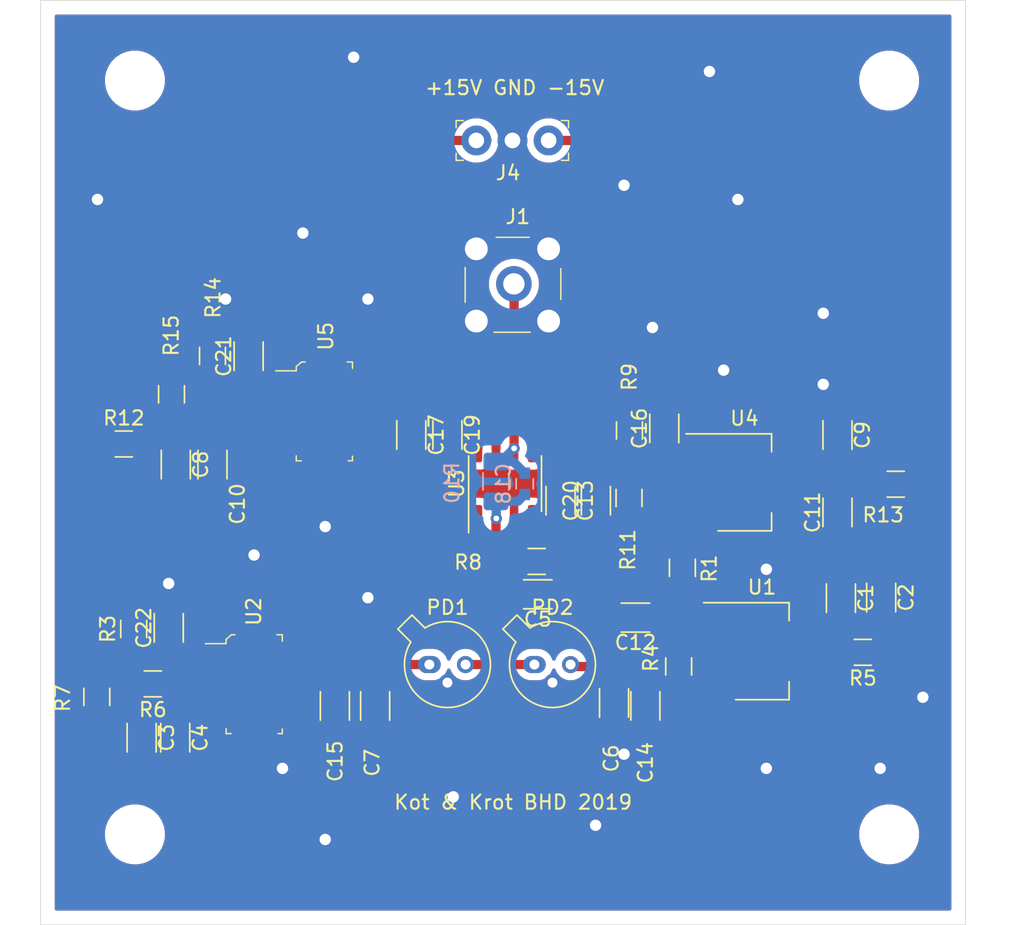
<source format=kicad_pcb>
(kicad_pcb (version 20211014) (generator pcbnew)
  (layers (0 "F.Cu" signal) (31 "B.Cu" signal) (34 "B.Paste" user) (35 "F.Paste" user) (36 "B.SilkS" user "B.Silkscreen") (37 "F.SilkS" user "F.Silkscreen") (38 "B.Mask" user) (39 "F.Mask" user) (44 "Edge.Cuts" user))
  (net 0 "")
  (net 1 "Net-(C1-Pad2)")
  (net 2 "GND")
  (net 3 "Net-(C3-Pad1)")
  (net 4 "Net-(C10-Pad1)")
  (net 5 "Net-(C11-Pad2)")
  (net 6 "Net-(C14-Pad1)")
  (net 7 "Net-(C15-Pad1)")
  (net 8 "Net-(C17-Pad1)")
  (net 9 "Net-(C13-Pad2)")
  (net 10 "Net-(C18-Pad1)")
  (net 11 "Net-(J4-Pad1)")
  (net 12 "Net-(J4-Pad3)")
  (net 13 "Net-(C12-Pad1)")
  (net 14 "Net-(R6-Pad1)")
  (net 15 "Net-(C5-Pad2)")
  (net 16 "Net-(C16-Pad1)")
  (net 17 "Net-(C18-Pad2)")
  (net 18 "Net-(C21-Pad1)")
  (net 19 "Net-(R15-Pad1)")
  (net 20 "Net-(U3-Pad1)")
  (net 21 "Net-(U3-Pad5)")
  (net 22 "Net-(C22-Pad1)")
  (footprint "digikey-footprints:SOT-223-4" (layer "F.Cu") (at 139.94 98.9 -90)
    (fp_text reference "U5" (at -5.28 -0.1 90) (layer "F.SilkS"))
    (fp_text value "LM317DCYR")
    (fp_line (start 3.475 1.625) (end 3.475 1.975) (layer "F.SilkS") (width 0.1))
    (fp_line (start -3.475 1.6) (end -3.15 1.975) (layer "F.SilkS") (width 0.1))
    (fp_line (start -3.475 -1.975) (end -3.475 -1.6) (layer "F.SilkS") (width 0.1))
    (fp_line (start 3.475 1.975) (end 3.125 1.975) (layer "F.SilkS") (width 0.1))
    (fp_line (start -2.85 1.975) (end -2.85 3.425) (layer "F.SilkS") (width 0.1))
    (fp_line (start -3.15 1.975) (end -2.85 1.975) (layer "F.SilkS") (width 0.1))
    (fp_line (start -3.025 -1.975) (end -3.475 -1.975) (layer "F.SilkS") (width 0.1))
    (fp_line (start -3.475 1.35) (end -3.475 1.6) (layer "F.SilkS") (width 0.1))
    (fp_line (start 3.15 -1.975) (end 3.475 -1.975) (layer "F.SilkS") (width 0.1))
    (fp_line (start 3.475 -1.975) (end 3.475 -1.675) (layer "F.SilkS") (width 0.1))
    (pad "1" smd rect locked (at -2.3 2.9 270) (size 0.95 2.15) (layers "F.Cu" "F.Paste" "F.Mask") (net 18 "Net-(C21-Pad1)"))
    (pad "2" smd rect locked (at 0 2.9 270) (size 0.95 2.15) (layers "F.Cu" "F.Paste" "F.Mask") (net 19 "Net-(R15-Pad1)"))
    (pad "3" smd rect locked (at 2.3 2.9 270) (size 0.95 2.15) (layers "F.Cu" "F.Paste" "F.Mask") (net 4 "Net-(C10-Pad1)"))
    (pad "4" smd rect locked (at 0 -2.9 270) (size 3.25 2.15) (layers "F.Cu" "F.Paste" "F.Mask") (net 8 "Net-(C17-Pad1)"))
  )
  (footprint "Resistor_SMD:R_1206_3216Metric" (layer "F.Cu") (at 180.09 104.02 180)
    (fp_text reference "R13" (at 0.88 -2.16) (layer "F.SilkS"))
    (fp_text value "50R")
    (fp_line (start -0.602064 0.91) (end 0.602064 0.91) (layer "F.SilkS") (width 0.12))
    (fp_line (start -0.602064 -0.91) (end 0.602064 -0.91) (layer "F.SilkS") (width 0.12))
    (pad "1" smd roundrect locked (at -1.4 0 180) (size 1.25 1.75) (layers "F.Cu" "F.Paste" "F.Mask") (roundrect_rratio 0.2) (net 11 "Net-(J4-Pad1)"))
    (pad "2" smd roundrect locked (at 1.4 0 180) (size 1.25 1.75) (layers "F.Cu" "F.Paste" "F.Mask") (roundrect_rratio 0.2) (net 5 "Net-(C11-Pad2)"))
  )
  (footprint "digikey-footprints:RF_SMA_Vertical_5-1814832-1" (layer "F.Cu") (at 153.16 90.01)
    (fp_text reference "J1" (at 0.375 -4.8) (layer "F.SilkS"))
    (fp_text value "5-1814832-1")
    (fp_line (start -3.325 1.225) (end -3.325 -1.225) (layer "F.SilkS") (width 0.1))
    (fp_line (start -1.3 3.325) (end 1.25 3.325) (layer "F.SilkS") (width 0.1))
    (fp_line (start -1.15 -3.35) (end 1.175 -3.35) (layer "F.SilkS") (width 0.1))
    (fp_line (start 3.4 -1.15) (end 3.4 1.025) (layer "F.SilkS") (width 0.1))
    (pad "1" thru_hole circle locked (at -2.54 2.54) (size 2.6 2.6) (drill 1.6) (layers *.Cu *.Mask) (net 2 "GND"))
    (pad "1" thru_hole circle locked (at -2.54 -2.54) (size 2.6 2.6) (drill 1.6) (layers *.Cu *.Mask) (net 2 "GND"))
    (pad "1" thru_hole circle locked (at 2.54 -2.54) (size 2.6 2.6) (drill 1.6) (layers *.Cu *.Mask) (net 2 "GND"))
    (pad "1" thru_hole circle locked (at 2.54 2.54) (size 2.6 2.6) (drill 1.6) (layers *.Cu *.Mask) (net 2 "GND"))
    (pad "2" thru_hole circle locked (at 0.1 -0.075) (size 2.5 2.5) (drill 1.5) (layers *.Cu *.Mask) (net 10 "Net-(C18-Pad1)"))
  )
  (footprint "Resistor_SMD:R_1206_3216Metric" (layer "F.Cu") (at 125.85 101.19)
    (fp_text reference "R12" (at 0 -1.82) (layer "F.SilkS"))
    (fp_text value "50R")
    (fp_line (start -0.602064 0.91) (end 0.602064 0.91) (layer "F.SilkS") (width 0.12))
    (fp_line (start -0.602064 -0.91) (end 0.602064 -0.91) (layer "F.SilkS") (width 0.12))
    (pad "1" smd roundrect locked (at -1.4 0) (size 1.25 1.75) (layers "F.Cu" "F.Paste" "F.Mask") (roundrect_rratio 0.2) (net 12 "Net-(J4-Pad3)"))
    (pad "2" smd roundrect locked (at 1.4 0) (size 1.25 1.75) (layers "F.Cu" "F.Paste" "F.Mask") (roundrect_rratio 0.2) (net 4 "Net-(C10-Pad1)"))
  )
  (footprint "Package_TO_SOT_SMD:SOT-223-3_TabPin2" (layer "F.Cu") (at 169.46 103.89)
    (fp_text reference "U4" (at 0 -4.5) (layer "F.SilkS"))
    (fp_text value "LM337_SOT223")
    (fp_line (start -4.1 -3.41) (end 1.91 -3.41) (layer "F.SilkS") (width 0.12))
    (fp_line (start 1.91 3.41) (end 1.91 2.15) (layer "F.SilkS") (width 0.12))
    (fp_line (start 1.91 -3.41) (end 1.91 -2.15) (layer "F.SilkS") (width 0.12))
    (fp_line (start -1.85 3.41) (end 1.91 3.41) (layer "F.SilkS") (width 0.12))
    (pad "1" smd rect locked (at -3.15 -2.3) (size 2 1.5) (layers "F.Cu" "F.Paste" "F.Mask") (net 16 "Net-(C16-Pad1)"))
    (pad "2" smd rect locked (at -3.15 0) (size 2 1.5) (layers "F.Cu" "F.Paste" "F.Mask") (net 5 "Net-(C11-Pad2)"))
    (pad "2" smd rect locked (at 3.15 0) (size 2 3.8) (layers "F.Cu" "F.Paste" "F.Mask") (net 5 "Net-(C11-Pad2)"))
    (pad "3" smd rect locked (at -3.15 2.3) (size 2 1.5) (layers "F.Cu" "F.Paste" "F.Mask") (net 9 "Net-(C13-Pad2)"))
  )
  (footprint "digikey-footprints:PinHeader_1x3_P2.54_Drill1.1mm" (layer "F.Cu") (at 155.7 79.85 180)
    (fp_text reference "J4" (at 2.85 -2.28) (layer "F.SilkS"))
    (fp_text value "Conn_01x03_Male 0022232031 ")
    (fp_line (start 6.5 -1.4) (end 6.5 -0.9) (layer "F.SilkS") (width 0.1))
    (fp_line (start -1.4 1.4) (end -0.9 1.4) (layer "F.SilkS") (width 0.1))
    (fp_line (start -1.4 1.4) (end -1.4 0.9) (layer "F.SilkS") (width 0.1))
    (fp_line (start -1.4 -1.4) (end -1.4 -0.9) (layer "F.SilkS") (width 0.1))
    (fp_line (start 6.5 -1.4) (end 6 -1.4) (layer "F.SilkS") (width 0.1))
    (fp_line (start 6.5 1.4) (end 6 1.4) (layer "F.SilkS") (width 0.1))
    (fp_line (start 6.5 1.4) (end 6.5 0.9) (layer "F.SilkS") (width 0.1))
    (fp_line (start -1.4 -1.4) (end -0.9 -1.4) (layer "F.SilkS") (width 0.1))
    (pad "1" thru_hole circle locked (at 0 0 180) (size 2.1 2.1) (drill 1.1) (layers *.Cu *.Mask) (net 11 "Net-(J4-Pad1)"))
    (pad "2" thru_hole circle locked (at 2.54 0 180) (size 2.1 2.1) (drill 1.1) (layers *.Cu *.Mask) (net 2 "GND"))
    (pad "3" thru_hole circle locked (at 5.08 0 180) (size 2.1 2.1) (drill 1.1) (layers *.Cu *.Mask) (net 12 "Net-(J4-Pad3)"))
  )
  (footprint "Resistor_SMD:R_1206_3216Metric" (layer "F.Cu") (at 161.35 104.99 -90)
    (fp_text reference "R11" (at 3.65 0.08 90) (layer "F.SilkS"))
    (fp_text value "1 kR")
    (fp_line (start -0.602064 -0.91) (end 0.602064 -0.91) (layer "F.SilkS") (width 0.12))
    (fp_line (start -0.602064 0.91) (end 0.602064 0.91) (layer "F.SilkS") (width 0.12))
    (pad "1" smd roundrect locked (at -1.4 0 270) (size 1.25 1.75) (layers "F.Cu" "F.Paste" "F.Mask") (roundrect_rratio 0.2) (net 16 "Net-(C16-Pad1)"))
    (pad "2" smd roundrect locked (at 1.4 0 270) (size 1.25 1.75) (layers "F.Cu" "F.Paste" "F.Mask") (roundrect_rratio 0.2) (net 9 "Net-(C13-Pad2)"))
  )
  (footprint "Resistor_SMD:R_1206_3216Metric" (layer "F.Cu") (at 129.2 97.7 90)
    (fp_text reference "R15" (at 4.13 -0.02 90) (layer "F.SilkS"))
    (fp_text value "1 kR")
    (fp_line (start -0.602064 -0.91) (end 0.602064 -0.91) (layer "F.SilkS") (width 0.12))
    (fp_line (start -0.602064 0.91) (end 0.602064 0.91) (layer "F.SilkS") (width 0.12))
    (pad "1" smd roundrect locked (at -1.4 0 90) (size 1.25 1.75) (layers "F.Cu" "F.Paste" "F.Mask") (roundrect_rratio 0.2) (net 19 "Net-(R15-Pad1)"))
    (pad "2" smd roundrect locked (at 1.4 0 90) (size 1.25 1.75) (layers "F.Cu" "F.Paste" "F.Mask") (roundrect_rratio 0.2) (net 18 "Net-(C21-Pad1)"))
  )
  (footprint "Resistor_SMD:R_1206_3216Metric" (layer "F.Cu") (at 161.38 100.24 90)
    (fp_text reference "R9" (at 3.76 -0.01 90) (layer "F.SilkS"))
    (fp_text value "3kR")
    (fp_line (start -0.602064 -0.91) (end 0.602064 -0.91) (layer "F.SilkS") (width 0.12))
    (fp_line (start -0.602064 0.91) (end 0.602064 0.91) (layer "F.SilkS") (width 0.12))
    (pad "1" smd roundrect locked (at -1.4 0 90) (size 1.25 1.75) (layers "F.Cu" "F.Paste" "F.Mask") (roundrect_rratio 0.2) (net 16 "Net-(C16-Pad1)"))
    (pad "2" smd roundrect locked (at 1.4 0 90) (size 1.25 1.75) (layers "F.Cu" "F.Paste" "F.Mask") (roundrect_rratio 0.2) (net 2 "GND"))
  )
  (footprint "Package_SO:SOIC-8_3.9x4.9mm_P1.27mm" (layer "F.Cu") (at 152.64 103.98 90)
    (fp_text reference "U3" (at 0 -3.4 90) (layer "F.SilkS"))
    (fp_text value "OPA847xD")
    (fp_line (start 0 2.56) (end 1.95 2.56) (layer "F.SilkS") (width 0.12))
    (fp_line (start 0 -2.56) (end 1.95 -2.56) (layer "F.SilkS") (width 0.12))
    (fp_line (start 0 -2.56) (end -3.45 -2.56) (layer "F.SilkS") (width 0.12))
    (fp_line (start 0 2.56) (end -1.95 2.56) (layer "F.SilkS") (width 0.12))
    (pad "1" smd roundrect locked (at -2.475 -1.905 90) (size 1.95 0.6) (layers "F.Cu" "F.Paste" "F.Mask") (net 20 "Net-(U3-Pad1)"))
    (pad "2" smd roundrect locked (at -2.475 -0.635 90) (size 1.95 0.6) (layers "F.Cu" "F.Paste" "F.Mask") (net 17 "Net-(C18-Pad2)"))
    (pad "3" smd roundrect locked (at -2.475 0.635 90) (size 1.95 0.6) (layers "F.Cu" "F.Paste" "F.Mask") (net 15 "Net-(C5-Pad2)"))
    (pad "4" smd roundrect locked (at -2.475 1.905 90) (size 1.95 0.6) (layers "F.Cu" "F.Paste" "F.Mask") (net 9 "Net-(C13-Pad2)"))
    (pad "5" smd roundrect locked (at 2.475 1.905 90) (size 1.95 0.6) (layers "F.Cu" "F.Paste" "F.Mask") (net 21 "Net-(U3-Pad5)"))
    (pad "6" smd roundrect locked (at 2.475 0.635 90) (size 1.95 0.6) (layers "F.Cu" "F.Paste" "F.Mask") (net 10 "Net-(C18-Pad1)"))
    (pad "7" smd roundrect locked (at 2.475 -0.635 90) (size 1.95 0.6) (layers "F.Cu" "F.Paste" "F.Mask") (net 8 "Net-(C17-Pad1)"))
    (pad "8" smd roundrect locked (at 2.475 -1.905 90) (size 1.95 0.6) (layers "F.Cu" "F.Paste" "F.Mask") (net 8 "Net-(C17-Pad1)"))
  )
  (footprint "MountingHole:MountingHole_3.2mm_M3" (layer "F.Cu") (at 179.63 75.64)
    (fp_text reference "" (at 0 -4.2) (layer "F.SilkS"))
    (fp_text value "MountingHole_3.2mm_M3")
    (pad "" np_thru_hole circle locked (at 0 0) (size 3.2 3.2) (drill 3.2) (layers *.Cu *.Mask) (clearance 0.5))
  )
  (footprint "MountingHole:MountingHole_3.2mm_M3" (layer "F.Cu") (at 126.63 128.64)
    (fp_text reference "" (at 0 -4.2) (layer "F.SilkS"))
    (fp_text value "MountingHole_3.2mm_M3")
    (pad "" np_thru_hole circle locked (at 0 0) (size 3.2 3.2) (drill 3.2) (layers *.Cu *.Mask))
  )
  (footprint "MountingHole:MountingHole_3.2mm_M3" (layer "F.Cu") (at 126.63 75.64)
    (fp_text reference "" (at 0 -4.2) (layer "F.SilkS"))
    (fp_text value "MountingHole_3.2mm_M3")
    (pad "" np_thru_hole circle locked (at 0 0) (size 3.2 3.2) (drill 3.2) (layers *.Cu *.Mask))
  )
  (footprint "Resistor_SMD:R_1206_3216Metric" (layer "F.Cu") (at 154.86 109.45 180)
    (fp_text reference "R8" (at 4.82 -0.06) (layer "F.SilkS"))
    (fp_text value "4.7kR")
    (fp_line (start -0.602064 0.91) (end 0.602064 0.91) (layer "F.SilkS") (width 0.12))
    (fp_line (start -0.602064 -0.91) (end 0.602064 -0.91) (layer "F.SilkS") (width 0.12))
    (pad "1" smd roundrect locked (at -1.4 0 180) (size 1.25 1.75) (layers "F.Cu" "F.Paste" "F.Mask") (roundrect_rratio 0.2) (net 2 "GND"))
    (pad "2" smd roundrect locked (at 1.4 0 180) (size 1.25 1.75) (layers "F.Cu" "F.Paste" "F.Mask") (roundrect_rratio 0.2) (net 15 "Net-(C5-Pad2)"))
  )
  (footprint "Resistor_SMD:R_1206_3216Metric" (layer "F.Cu") (at 165.1 109.9 90)
    (fp_text reference "R1" (at -0.05 1.89 90) (layer "F.SilkS"))
    (fp_text value "9kR")
    (fp_line (start -0.602064 -0.91) (end 0.602064 -0.91) (layer "F.SilkS") (width 0.12))
    (fp_line (start -0.602064 0.91) (end 0.602064 0.91) (layer "F.SilkS") (width 0.12))
    (pad "1" smd roundrect locked (at -1.4 0 90) (size 1.25 1.75) (layers "F.Cu" "F.Paste" "F.Mask") (roundrect_rratio 0.2) (net 13 "Net-(C12-Pad1)"))
    (pad "2" smd roundrect locked (at 1.4 0 90) (size 1.25 1.75) (layers "F.Cu" "F.Paste" "F.Mask") (roundrect_rratio 0.2) (net 2 "GND"))
  )
  (footprint "Resistor_SMD:R_1206_3216Metric" (layer "F.Cu") (at 177.78 115.84 180)
    (fp_text reference "R5" (at 0 -1.82) (layer "F.SilkS"))
    (fp_text value "100R")
    (fp_line (start -0.602064 -0.91) (end 0.602064 -0.91) (layer "F.SilkS") (width 0.12))
    (fp_line (start -0.602064 0.91) (end 0.602064 0.91) (layer "F.SilkS") (width 0.12))
    (pad "1" smd roundrect locked (at -1.4 0 180) (size 1.25 1.75) (layers "F.Cu" "F.Paste" "F.Mask") (roundrect_rratio 0.2) (net 11 "Net-(J4-Pad1)"))
    (pad "2" smd roundrect locked (at 1.4 0 180) (size 1.25 1.75) (layers "F.Cu" "F.Paste" "F.Mask") (roundrect_rratio 0.2) (net 1 "Net-(C1-Pad2)"))
  )
  (footprint "Resistor_SMD:R_1206_3216Metric" (layer "F.Cu") (at 164.84 116.83 90)
    (fp_text reference "R4" (at 0.59 -1.96 90) (layer "F.SilkS"))
    (fp_text value "1 kR")
    (fp_line (start -0.602064 -0.91) (end 0.602064 -0.91) (layer "F.SilkS") (width 0.12))
    (fp_line (start -0.602064 0.91) (end 0.602064 0.91) (layer "F.SilkS") (width 0.12))
    (pad "1" smd roundrect locked (at -1.4 0 90) (size 1.25 1.75) (layers "F.Cu" "F.Paste" "F.Mask") (roundrect_rratio 0.2) (net 6 "Net-(C14-Pad1)"))
    (pad "2" smd roundrect locked (at 1.4 0 90) (size 1.25 1.75) (layers "F.Cu" "F.Paste" "F.Mask") (roundrect_rratio 0.2) (net 13 "Net-(C12-Pad1)"))
  )
  (footprint "digikey-footprints:SOT-223-4" (layer "F.Cu") (at 135.01 118.08 -90)
    (fp_text reference "U2" (at -5.11 0.03 90) (layer "F.SilkS"))
    (fp_text value "LM317DCYR")
    (fp_line (start 3.475 1.625) (end 3.475 1.975) (layer "F.SilkS") (width 0.1))
    (fp_line (start -3.15 1.975) (end -2.85 1.975) (layer "F.SilkS") (width 0.1))
    (fp_line (start -2.85 1.975) (end -2.85 3.425) (layer "F.SilkS") (width 0.1))
    (fp_line (start -3.475 1.35) (end -3.475 1.6) (layer "F.SilkS") (width 0.1))
    (fp_line (start -3.025 -1.975) (end -3.475 -1.975) (layer "F.SilkS") (width 0.1))
    (fp_line (start -3.475 -1.975) (end -3.475 -1.6) (layer "F.SilkS") (width 0.1))
    (fp_line (start 3.15 -1.975) (end 3.475 -1.975) (layer "F.SilkS") (width 0.1))
    (fp_line (start -3.475 1.6) (end -3.15 1.975) (layer "F.SilkS") (width 0.1))
    (fp_line (start 3.475 1.975) (end 3.125 1.975) (layer "F.SilkS") (width 0.1))
    (fp_line (start 3.475 -1.975) (end 3.475 -1.675) (layer "F.SilkS") (width 0.1))
    (pad "1" smd rect locked (at -2.3 2.9 270) (size 0.95 2.15) (layers "F.Cu" "F.Paste" "F.Mask") (net 22 "Net-(C22-Pad1)"))
    (pad "2" smd rect locked (at 0 2.9 270) (size 0.95 2.15) (layers "F.Cu" "F.Paste" "F.Mask") (net 14 "Net-(R6-Pad1)"))
    (pad "3" smd rect locked (at 2.3 2.9 270) (size 0.95 2.15) (layers "F.Cu" "F.Paste" "F.Mask") (net 3 "Net-(C3-Pad1)"))
    (pad "4" smd rect locked (at 0 -2.9 270) (size 3.25 2.15) (layers "F.Cu" "F.Paste" "F.Mask") (net 7 "Net-(C15-Pad1)"))
  )
  (footprint "Resistor_SMD:R_1206_3216Metric" (layer "F.Cu") (at 127.886 118.0592 180)
    (fp_text reference "R6" (at 0 -1.82 180) (layer "F.SilkS"))
    (fp_text value "1 kR")
    (fp_line (start -0.602064 0.91) (end 0.602064 0.91) (layer "F.SilkS") (width 0.12))
    (fp_line (start -0.602064 -0.91) (end 0.602064 -0.91) (layer "F.SilkS") (width 0.12))
    (pad "1" smd roundrect locked (at -1.4 0 180) (size 1.25 1.75) (layers "F.Cu" "F.Paste" "F.Mask") (roundrect_rratio 0.2) (net 14 "Net-(R6-Pad1)"))
    (pad "2" smd roundrect locked (at 1.4 0 180) (size 1.25 1.75) (layers "F.Cu" "F.Paste" "F.Mask") (roundrect_rratio 0.2) (net 22 "Net-(C22-Pad1)"))
  )
  (footprint "Package_TO_SOT_SMD:SOT-223-3_TabPin2" (layer "F.Cu") (at 170.69 115.76)
    (fp_text reference "U1" (at 0 -4.5) (layer "F.SilkS"))
    (fp_text value "LM337_SOT223")
    (fp_line (start -1.85 3.41) (end 1.91 3.41) (layer "F.SilkS") (width 0.12))
    (fp_line (start 1.91 3.41) (end 1.91 2.15) (layer "F.SilkS") (width 0.12))
    (fp_line (start 1.91 -3.41) (end 1.91 -2.15) (layer "F.SilkS") (width 0.12))
    (fp_line (start -4.1 -3.41) (end 1.91 -3.41) (layer "F.SilkS") (width 0.12))
    (pad "1" smd rect locked (at -3.15 -2.3) (size 2 1.5) (layers "F.Cu" "F.Paste" "F.Mask") (net 13 "Net-(C12-Pad1)"))
    (pad "2" smd rect locked (at 3.15 0) (size 2 3.8) (layers "F.Cu" "F.Paste" "F.Mask") (net 1 "Net-(C1-Pad2)"))
    (pad "2" smd rect locked (at -3.15 0) (size 2 1.5) (layers "F.Cu" "F.Paste" "F.Mask") (net 1 "Net-(C1-Pad2)"))
    (pad "3" smd rect locked (at -3.15 2.3) (size 2 1.5) (layers "F.Cu" "F.Paste" "F.Mask") (net 6 "Net-(C14-Pad1)"))
  )
  (footprint "Resistor_SMD:R_1206_3216Metric" (layer "F.Cu") (at 126.5428 114.1984 90)
    (fp_text reference "R3" (at 0 -1.82 90) (layer "F.SilkS"))
    (fp_text value "9kR")
    (fp_line (start -0.602064 0.91) (end 0.602064 0.91) (layer "F.SilkS") (width 0.12))
    (fp_line (start -0.602064 -0.91) (end 0.602064 -0.91) (layer "F.SilkS") (width 0.12))
    (pad "1" smd roundrect locked (at -1.4 0 90) (size 1.25 1.75) (layers "F.Cu" "F.Paste" "F.Mask") (roundrect_rratio 0.2) (net 22 "Net-(C22-Pad1)"))
    (pad "2" smd roundrect locked (at 1.4 0 90) (size 1.25 1.75) (layers "F.Cu" "F.Paste" "F.Mask") (roundrect_rratio 0.2) (net 2 "GND"))
  )
  (footprint "Resistor_SMD:R_1206_3216Metric" (layer "F.Cu") (at 123.952 118.9736 -90)
    (fp_text reference "R7" (at 0.09 2.4 90) (layer "F.SilkS"))
    (fp_text value "100R")
    (fp_line (start -0.602064 0.91) (end 0.602064 0.91) (layer "F.SilkS") (width 0.12))
    (fp_line (start -0.602064 -0.91) (end 0.602064 -0.91) (layer "F.SilkS") (width 0.12))
    (pad "1" smd roundrect locked (at -1.4 0 270) (size 1.25 1.75) (layers "F.Cu" "F.Paste" "F.Mask") (roundrect_rratio 0.2) (net 12 "Net-(J4-Pad3)"))
    (pad "2" smd roundrect locked (at 1.4 0 270) (size 1.25 1.75) (layers "F.Cu" "F.Paste" "F.Mask") (roundrect_rratio 0.2) (net 3 "Net-(C3-Pad1)"))
  )
  (footprint "TO_SOT_Packages_THT:TO-52-3" (layer "F.Cu") (at 147.32 116.7)
    (fp_text reference "PD1" (at 1.27 -4.02) (layer "F.SilkS"))
    (fp_text value "PS-1.0-6B")
    (fp_line (start -2.214448 -2.494499) (end -1.302281 -1.582331) (layer "F.SilkS") (width 0.12))
    (fp_line (start -0.312331 -2.572281) (end -1.224499 -3.484448) (layer "F.SilkS") (width 0.12))
    (fp_line (start -1.224499 -3.484448) (end -2.214448 -2.494499) (layer "F.SilkS") (width 0.12))
    (fp_arc (start -0.312331 -2.572281) (mid 3.405374 2.135551) (end -1.30215 -1.582544) (layer "F.SilkS") (width 0.12))
    (pad "1" thru_hole oval locked (at 0 0) (size 1.6 1.2) (drill 0.7) (layers *.Cu *.Mask) (net 7 "Net-(C15-Pad1)"))
    (pad "2" thru_hole oval locked (at 1.27 1.27) (size 1.2 1.2) (drill 0.7) (layers *.Cu *.Mask) (net 2 "GND"))
    (pad "3" thru_hole oval locked (at 2.54 0) (size 1.2 1.2) (drill 0.7) (layers *.Cu *.Mask) (net 17 "Net-(C18-Pad2)"))
  )
  (footprint "Capacitors_SMD:C_1206" (layer "F.Cu") (at 176.24 112.0325 -90)
    (fp_text reference "C1" (at 0 -1.75 90) (layer "F.SilkS"))
    (fp_text value "6.8 uF")
    (fp_line (start -1 1.02) (end 1 1.02) (layer "F.SilkS") (width 0.12))
    (fp_line (start 1 -1.02) (end -1 -1.02) (layer "F.SilkS") (width 0.12))
    (pad "1" smd rect locked (at -1.5 0 270) (size 1 1.6) (layers "F.Cu" "F.Paste" "F.Mask") (net 2 "GND"))
    (pad "2" smd rect locked (at 1.5 0 270) (size 1 1.6) (layers "F.Cu" "F.Paste" "F.Mask") (net 1 "Net-(C1-Pad2)"))
  )
  (footprint "Capacitors_SMD:C_1206" (layer "F.Cu") (at 179.07 111.99 -90)
    (fp_text reference "C2" (at 0 -1.75 90) (layer "F.SilkS"))
    (fp_text value ".1 uF")
    (fp_line (start 1 -1.02) (end -1 -1.02) (layer "F.SilkS") (width 0.12))
    (fp_line (start -1 1.02) (end 1 1.02) (layer "F.SilkS") (width 0.12))
    (pad "1" smd rect locked (at -1.5 0 270) (size 1 1.6) (layers "F.Cu" "F.Paste" "F.Mask") (net 2 "GND"))
    (pad "2" smd rect locked (at 1.5 0 270) (size 1 1.6) (layers "F.Cu" "F.Paste" "F.Mask") (net 1 "Net-(C1-Pad2)"))
  )
  (footprint "Capacitors_SMD:C_1206" (layer "F.Cu") (at 127.1016 121.8438 -90)
    (fp_text reference "C3" (at 0 -1.75 90) (layer "F.SilkS"))
    (fp_text value "6.8 uF")
    (fp_line (start 1 -1.02) (end -1 -1.02) (layer "F.SilkS") (width 0.12))
    (fp_line (start -1 1.02) (end 1 1.02) (layer "F.SilkS") (width 0.12))
    (pad "1" smd rect locked (at -1.5 0 270) (size 1 1.6) (layers "F.Cu" "F.Paste" "F.Mask") (net 3 "Net-(C3-Pad1)"))
    (pad "2" smd rect locked (at 1.5 0 270) (size 1 1.6) (layers "F.Cu" "F.Paste" "F.Mask") (net 2 "GND"))
  )
  (footprint "Capacitors_SMD:C_1206" (layer "F.Cu") (at 154.94 111.76 180)
    (fp_text reference "C5" (at 0 -1.75) (layer "F.SilkS"))
    (fp_text value ".1 uF")
    (fp_line (start 1 -1.02) (end -1 -1.02) (layer "F.SilkS") (width 0.12))
    (fp_line (start -1 1.02) (end 1 1.02) (layer "F.SilkS") (width 0.12))
    (pad "1" smd rect locked (at -1.5 0 180) (size 1 1.6) (layers "F.Cu" "F.Paste" "F.Mask") (net 2 "GND"))
    (pad "2" smd rect locked (at 1.5 0 180) (size 1 1.6) (layers "F.Cu" "F.Paste" "F.Mask") (net 15 "Net-(C5-Pad2)"))
  )
  (footprint "Capacitors_SMD:C_1206" (layer "F.Cu") (at 160.3 119.4 -90)
    (fp_text reference "C6" (at 3.9 0.2 90) (layer "F.SilkS"))
    (fp_text value ".1 uF")
    (fp_line (start 1 -1.02) (end -1 -1.02) (layer "F.SilkS") (width 0.12))
    (fp_line (start -1 1.02) (end 1 1.02) (layer "F.SilkS") (width 0.12))
    (pad "1" smd rect locked (at -1.5 0 270) (size 1 1.6) (layers "F.Cu" "F.Paste" "F.Mask") (net 6 "Net-(C14-Pad1)"))
    (pad "2" smd rect locked (at 1.5 0 270) (size 1 1.6) (layers "F.Cu" "F.Paste" "F.Mask") (net 2 "GND"))
  )
  (footprint "Capacitors_SMD:C_1206" (layer "F.Cu") (at 143.51 119.61 -90)
    (fp_text reference "C7" (at 3.99 0.21 90) (layer "F.SilkS"))
    (fp_text value ".1 uF")
    (fp_line (start -1 1.02) (end 1 1.02) (layer "F.SilkS") (width 0.12))
    (fp_line (start 1 -1.02) (end -1 -1.02) (layer "F.SilkS") (width 0.12))
    (pad "1" smd rect locked (at -1.5 0 270) (size 1 1.6) (layers "F.Cu" "F.Paste" "F.Mask") (net 7 "Net-(C15-Pad1)"))
    (pad "2" smd rect locked (at 1.5 0 270) (size 1 1.6) (layers "F.Cu" "F.Paste" "F.Mask") (net 2 "GND"))
  )
  (footprint "Capacitors_SMD:C_1206" (layer "F.Cu") (at 129.5 102.64 -90)
    (fp_text reference "C8" (at 0 -1.75 90) (layer "F.SilkS"))
    (fp_text value "6.8 uF")
    (fp_line (start 1 -1.02) (end -1 -1.02) (layer "F.SilkS") (width 0.12))
    (fp_line (start -1 1.02) (end 1 1.02) (layer "F.SilkS") (width 0.12))
    (pad "1" smd rect locked (at -1.5 0 270) (size 1 1.6) (layers "F.Cu" "F.Paste" "F.Mask") (net 4 "Net-(C10-Pad1)"))
    (pad "2" smd rect locked (at 1.5 0 270) (size 1 1.6) (layers "F.Cu" "F.Paste" "F.Mask") (net 2 "GND"))
  )
  (footprint "Capacitors_SMD:C_1206" (layer "F.Cu") (at 176 100.56 -90)
    (fp_text reference "C9" (at 0 -1.75 90) (layer "F.SilkS"))
    (fp_text value "6.8 uF")
    (fp_line (start 1 -1.02) (end -1 -1.02) (layer "F.SilkS") (width 0.12))
    (fp_line (start -1 1.02) (end 1 1.02) (layer "F.SilkS") (width 0.12))
    (pad "1" smd rect locked (at -1.5 0 270) (size 1 1.6) (layers "F.Cu" "F.Paste" "F.Mask") (net 2 "GND"))
    (pad "2" smd rect locked (at 1.5 0 270) (size 1 1.6) (layers "F.Cu" "F.Paste" "F.Mask") (net 5 "Net-(C11-Pad2)"))
  )
  (footprint "Capacitors_SMD:C_1206" (layer "F.Cu") (at 161.8 113.4 180)
    (fp_text reference "C12" (at 0 -1.75) (layer "F.SilkS"))
    (fp_text value ".1 uF")
    (fp_line (start -1 1.02) (end 1 1.02) (layer "F.SilkS") (width 0.12))
    (fp_line (start 1 -1.02) (end -1 -1.02) (layer "F.SilkS") (width 0.12))
    (pad "1" smd rect locked (at -1.5 0 180) (size 1 1.6) (layers "F.Cu" "F.Paste" "F.Mask") (net 13 "Net-(C12-Pad1)"))
    (pad "2" smd rect locked (at 1.5 0 180) (size 1 1.6) (layers "F.Cu" "F.Paste" "F.Mask") (net 2 "GND"))
  )
  (footprint "Capacitors_SMD:C_1206" (layer "F.Cu") (at 156.54 105.18 -90)
    (fp_text reference "C13" (at 0 -1.75 90) (layer "F.SilkS"))
    (fp_text value ".1 uF")
    (fp_line (start 1 -1.02) (end -1 -1.02) (layer "F.SilkS") (width 0.12))
    (fp_line (start -1 1.02) (end 1 1.02) (layer "F.SilkS") (width 0.12))
    (pad "1" smd rect locked (at -1.5 0 270) (size 1 1.6) (layers "F.Cu" "F.Paste" "F.Mask") (net 2 "GND"))
    (pad "2" smd rect locked (at 1.5 0 270) (size 1 1.6) (layers "F.Cu" "F.Paste" "F.Mask") (net 9 "Net-(C13-Pad2)"))
  )
  (footprint "Capacitors_SMD:C_1206" (layer "F.Cu") (at 162.5 119.6 -90)
    (fp_text reference "C14" (at 4 0 90) (layer "F.SilkS"))
    (fp_text value "6.8 uF")
    (fp_line (start 1 -1.02) (end -1 -1.02) (layer "F.SilkS") (width 0.12))
    (fp_line (start -1 1.02) (end 1 1.02) (layer "F.SilkS") (width 0.12))
    (pad "1" smd rect locked (at -1.5 0 270) (size 1 1.6) (layers "F.Cu" "F.Paste" "F.Mask") (net 6 "Net-(C14-Pad1)"))
    (pad "2" smd rect locked (at 1.5 0 270) (size 1 1.6) (layers "F.Cu" "F.Paste" "F.Mask") (net 2 "GND"))
  )
  (footprint "Capacitors_SMD:C_1206" (layer "F.Cu") (at 140.68 119.61 -90)
    (fp_text reference "C15" (at 3.89 -0.02 90) (layer "F.SilkS"))
    (fp_text value "6.8 uF")
    (fp_line (start 1 -1.02) (end -1 -1.02) (layer "F.SilkS") (width 0.12))
    (fp_line (start -1 1.02) (end 1 1.02) (layer "F.SilkS") (width 0.12))
    (pad "1" smd rect locked (at -1.5 0 270) (size 1 1.6) (layers "F.Cu" "F.Paste" "F.Mask") (net 7 "Net-(C15-Pad1)"))
    (pad "2" smd rect locked (at 1.5 0 270) (size 1 1.6) (layers "F.Cu" "F.Paste" "F.Mask") (net 2 "GND"))
  )
  (footprint "Capacitors_SMD:C_1206" (layer "F.Cu") (at 163.83 100.1 90)
    (fp_text reference "C16" (at 0 -1.75 90) (layer "F.SilkS"))
    (fp_text value ".1 uF")
    (fp_line (start -1 1.02) (end 1 1.02) (layer "F.SilkS") (width 0.12))
    (fp_line (start 1 -1.02) (end -1 -1.02) (layer "F.SilkS") (width 0.12))
    (pad "1" smd rect locked (at -1.5 0 90) (size 1 1.6) (layers "F.Cu" "F.Paste" "F.Mask") (net 16 "Net-(C16-Pad1)"))
    (pad "2" smd rect locked (at 1.5 0 90) (size 1 1.6) (layers "F.Cu" "F.Paste" "F.Mask") (net 2 "GND"))
  )
  (footprint "Capacitors_SMD:C_1206" (layer "F.Cu") (at 146.05 100.56 -90)
    (fp_text reference "C17" (at 0 -1.75 90) (layer "F.SilkS"))
    (fp_text value "6.8 uF")
    (fp_line (start 1 -1.02) (end -1 -1.02) (layer "F.SilkS") (width 0.12))
    (fp_line (start -1 1.02) (end 1 1.02) (layer "F.SilkS") (width 0.12))
    (pad "1" smd rect locked (at -1.5 0 270) (size 1 1.6) (layers "F.Cu" "F.Paste" "F.Mask") (net 8 "Net-(C17-Pad1)"))
    (pad "2" smd rect locked (at 1.5 0 270) (size 1 1.6) (layers "F.Cu" "F.Paste" "F.Mask") (net 2 "GND"))
  )
  (footprint "Capacitors_SMD:C_1206" (layer "F.Cu") (at 148.59 100.56 -90)
    (fp_text reference "C19" (at 0 -1.75 90) (layer "F.SilkS"))
    (fp_text value ".1 uF")
    (fp_line (start 1 -1.02) (end -1 -1.02) (layer "F.SilkS") (width 0.12))
    (fp_line (start -1 1.02) (end 1 1.02) (layer "F.SilkS") (width 0.12))
    (pad "1" smd rect locked (at -1.5 0 270) (size 1 1.6) (layers "F.Cu" "F.Paste" "F.Mask") (net 8 "Net-(C17-Pad1)"))
    (pad "2" smd rect locked (at 1.5 0 270) (size 1 1.6) (layers "F.Cu" "F.Paste" "F.Mask") (net 2 "GND"))
  )
  (footprint "Capacitors_SMD:C_1206" (layer "F.Cu") (at 159.02 105.18 90)
    (fp_text reference "C20" (at 0 -1.75 90) (layer "F.SilkS"))
    (fp_text value "6.8 uF")
    (fp_line (start -1 1.02) (end 1 1.02) (layer "F.SilkS") (width 0.12))
    (fp_line (start 1 -1.02) (end -1 -1.02) (layer "F.SilkS") (width 0.12))
    (pad "1" smd rect locked (at -1.5 0 90) (size 1 1.6) (layers "F.Cu" "F.Paste" "F.Mask") (net 9 "Net-(C13-Pad2)"))
    (pad "2" smd rect locked (at 1.5 0 90) (size 1 1.6) (layers "F.Cu" "F.Paste" "F.Mask") (net 2 "GND"))
  )
  (footprint "Capacitors_SMD:C_1206" (layer "F.Cu") (at 134.62 95.02 90)
    (fp_text reference "C21" (at 0 -1.75 90) (layer "F.SilkS"))
    (fp_text value ".1 uF")
    (fp_line (start -1 1.02) (end 1 1.02) (layer "F.SilkS") (width 0.12))
    (fp_line (start 1 -1.02) (end -1 -1.02) (layer "F.SilkS") (width 0.12))
    (pad "1" smd rect locked (at -1.5 0 90) (size 1 1.6) (layers "F.Cu" "F.Paste" "F.Mask") (net 18 "Net-(C21-Pad1)"))
    (pad "2" smd rect locked (at 1.5 0 90) (size 1 1.6) (layers "F.Cu" "F.Paste" "F.Mask") (net 2 "GND"))
  )
  (footprint "Capacitors_SMD:C_1206" (layer "F.Cu") (at 129.0066 114.1222 90)
    (fp_text reference "C22" (at 0 -1.75 90) (layer "F.SilkS"))
    (fp_text value ".1 uF")
    (fp_line (start -1 1.02) (end 1 1.02) (layer "F.SilkS") (width 0.12))
    (fp_line (start 1 -1.02) (end -1 -1.02) (layer "F.SilkS") (width 0.12))
    (pad "1" smd rect locked (at -1.5 0 90) (size 1 1.6) (layers "F.Cu" "F.Paste" "F.Mask") (net 22 "Net-(C22-Pad1)"))
    (pad "2" smd rect locked (at 1.5 0 90) (size 1 1.6) (layers "F.Cu" "F.Paste" "F.Mask") (net 2 "GND"))
  )
  (footprint "Capacitors_SMD:C_1206" (layer "F.Cu") (at 132.08 102.64 -90)
    (fp_text reference "C10" (at 2.77 -1.75 90) (layer "F.SilkS"))
    (fp_text value ".1 uF")
    (fp_line (start 1 -1.02) (end -1 -1.02) (layer "F.SilkS") (width 0.12))
    (fp_line (start -1 1.02) (end 1 1.02) (layer "F.SilkS") (width 0.12))
    (pad "1" smd rect locked (at -1.5 0 270) (size 1 1.6) (layers "F.Cu" "F.Paste" "F.Mask") (net 4 "Net-(C10-Pad1)"))
    (pad "2" smd rect locked (at 1.5 0 270) (size 1 1.6) (layers "F.Cu" "F.Paste" "F.Mask") (net 2 "GND"))
  )
  (footprint "Resistor_SMD:R_1206_3216Metric" (layer "F.Cu") (at 132.08 95 90)
    (fp_text reference "R14" (at 4.09 0.04 90) (layer "F.SilkS"))
    (fp_text value "3kR")
    (fp_line (start -0.602064 -0.91) (end 0.602064 -0.91) (layer "F.SilkS") (width 0.12))
    (fp_line (start -0.602064 0.91) (end 0.602064 0.91) (layer "F.SilkS") (width 0.12))
    (pad "1" smd roundrect locked (at -1.4 0 90) (size 1.25 1.75) (layers "F.Cu" "F.Paste" "F.Mask") (roundrect_rratio 0.2) (net 18 "Net-(C21-Pad1)"))
    (pad "2" smd roundrect locked (at 1.4 0 90) (size 1.25 1.75) (layers "F.Cu" "F.Paste" "F.Mask") (roundrect_rratio 0.2) (net 2 "GND"))
  )
  (footprint "Capacitors_SMD:C_1206" (layer "F.Cu") (at 176 106 90)
    (fp_text reference "C11" (at 0 -1.75 90) (layer "F.SilkS"))
    (fp_text value ".1 uF")
    (fp_line (start -1 1.02) (end 1 1.02) (layer "F.SilkS") (width 0.12))
    (fp_line (start 1 -1.02) (end -1 -1.02) (layer "F.SilkS") (width 0.12))
    (pad "1" smd rect locked (at -1.5 0 90) (size 1 1.6) (layers "F.Cu" "F.Paste" "F.Mask") (net 2 "GND"))
    (pad "2" smd rect locked (at 1.5 0 90) (size 1 1.6) (layers "F.Cu" "F.Paste" "F.Mask") (net 5 "Net-(C11-Pad2)"))
  )
  (footprint "TO_SOT_Packages_THT:TO-52-3" (layer "F.Cu") (at 154.7 116.7)
    (fp_text reference "PD2" (at 1.27 -4.02) (layer "F.SilkS"))
    (fp_text value "PS-1.0-6B")
    (fp_line (start -2.214448 -2.494499) (end -1.302281 -1.582331) (layer "F.SilkS") (width 0.12))
    (fp_line (start -0.312331 -2.572281) (end -1.224499 -3.484448) (layer "F.SilkS") (width 0.12))
    (fp_line (start -1.224499 -3.484448) (end -2.214448 -2.494499) (layer "F.SilkS") (width 0.12))
    (fp_arc (start -0.312331 -2.572281) (mid 3.405374 2.135551) (end -1.30215 -1.582544) (layer "F.SilkS") (width 0.12))
    (pad "1" thru_hole oval locked (at 0 0) (size 1.6 1.2) (drill 0.7) (layers *.Cu *.Mask) (net 17 "Net-(C18-Pad2)"))
    (pad "2" thru_hole oval locked (at 1.27 1.27) (size 1.2 1.2) (drill 0.7) (layers *.Cu *.Mask) (net 2 "GND"))
    (pad "3" thru_hole oval locked (at 2.54 0) (size 1.2 1.2) (drill 0.7) (layers *.Cu *.Mask) (net 6 "Net-(C14-Pad1)"))
  )
  (footprint "MountingHole:MountingHole_3.2mm_M3" (layer "F.Cu") (at 179.63 128.64)
    (fp_text reference "" (at 0 -4.2) (layer "F.SilkS"))
    (fp_text value "MountingHole_3.2mm_M3")
    (pad "" np_thru_hole circle locked (at 0 0) (size 3.2 3.2) (drill 3.2) (layers *.Cu *.Mask) (clearance 0.5))
  )
  (footprint "Capacitors_SMD:C_1206" (layer "F.Cu") (at 129.4638 121.8438 -90)
    (fp_text reference "C4" (at 0 -1.75 90) (layer "F.SilkS"))
    (fp_text value ".1 uF")
    (fp_line (start 1 -1.02) (end -1 -1.02) (layer "F.SilkS") (width 0.12))
    (fp_line (start -1 1.02) (end 1 1.02) (layer "F.SilkS") (width 0.12))
    (pad "1" smd rect locked (at -1.5 0 270) (size 1 1.6) (layers "F.Cu" "F.Paste" "F.Mask") (net 3 "Net-(C3-Pad1)"))
    (pad "2" smd rect locked (at 1.5 0 270) (size 1 1.6) (layers "F.Cu" "F.Paste" "F.Mask") (net 2 "GND"))
  )
  (footprint "Resistor_SMD:R_1206_3216Metric" (layer "B.Cu") (at 152 103.825 -90)
    (fp_text reference "R10" (at 0.105 3.09 -90) (layer "B.SilkS") (effects (justify mirror)))
    (fp_text value "4.7kR")
    (fp_line (start -0.602064 -0.91) (end 0.602064 -0.91) (layer "B.SilkS") (width 0.12))
    (fp_line (start -0.602064 0.91) (end 0.602064 0.91) (layer "B.SilkS") (width 0.12))
    (pad "1" smd roundrect locked (at -1.4 0 270) (size 1.25 1.75) (layers "B.Cu" "B.Paste" "B.Mask") (roundrect_rratio 0.2) (net 10 "Net-(C18-Pad1)"))
    (pad "2" smd roundrect locked (at 1.4 0 270) (size 1.25 1.75) (layers "B.Cu" "B.Paste" "B.Mask") (roundrect_rratio 0.2) (net 17 "Net-(C18-Pad2)"))
  )
  (footprint "Capacitors_SMD:C_0603" (layer "B.Cu") (at 154.02 103.99 -90)
    (fp_text reference "C18" (at 0 1.5 90) (layer "B.SilkS") (effects (justify mirror)))
    (fp_text value "comp C")
    (fp_line (start 0.35 -0.6) (end -0.35 -0.6) (layer "B.SilkS") (width 0.12))
    (fp_line (start -0.35 0.6) (end 0.35 0.6) (layer "B.SilkS") (width 0.12))
    (pad "1" smd rect locked (at -0.75 0 270) (size 0.8 0.75) (layers "B.Cu" "B.Paste" "B.Mask") (net 10 "Net-(C18-Pad1)"))
    (pad "2" smd rect locked (at 0.75 0 270) (size 0.8 0.75) (layers "B.Cu" "B.Paste" "B.Mask") (net 17 "Net-(C18-Pad2)"))
  )
  (gr_line (start 120 70) (end 185 70) (layer "Edge.Cuts") (width 0.05))
  (gr_line (start 185 70) (end 185 135) (layer "Edge.Cuts") (width 0.05))
  (gr_line (start 185 135) (end 120 135) (layer "Edge.Cuts") (width 0.05))
  (gr_line (start 120 135) (end 120 70) (layer "Edge.Cuts") (width 0.05))
  (gr_text "Kot & Krot BHD 2019 " (at 153.59 126.38) (layer "F.SilkS") (effects (font (size 1 1))))
  (gr_text "+15V GND -15V" (at 153.32 76.14) (layer "F.SilkS") (effects (font (size 1 1))))
  (segment (start 176.16 115.89) (end 176.19 115.86) (width 0.65) (layer "F.Cu") (net 1))
  (segment (start 176.09 115.76) (end 176.19 115.86) (width 0.65) (layer "F.Cu") (net 1))
  (segment (start 173.84 115.76) (end 176.09 115.76) (width 0.65) (layer "F.Cu") (net 1))
  (segment (start 178.7975 113.5325) (end 179.07 113.26) (width 0.65) (layer "F.Cu") (net 1))
  (segment (start 176.38 115.84) (end 176.38 113.6725) (width 0.65) (layer "F.Cu") (net 1))
  (segment (start 176.24 113.5325) (end 178.7975 113.5325) (width 0.65) (layer "F.Cu") (net 1))
  (segment (start 176.38 113.6725) (end 176.24 113.5325) (width 0.65) (layer "F.Cu") (net 1))
  (segment (start 167.54 115.76) (end 173.84 115.76) (width 0.65) (layer "F.Cu") (net 1))
  (via (at 159 128) (size 1.5) (drill 0.8) (layers "F.Cu" "B.Cu") (net 2))
  (via (at 142 74) (size 1.5) (drill 0.8) (layers "F.Cu" "B.Cu") (net 2))
  (via (at 129 111) (size 1.5) (drill 0.8) (layers "F.Cu" "B.Cu") (net 2))
  (via (at 161 83) (size 1.5) (drill 0.8) (layers "F.Cu" "B.Cu") (net 2))
  (via (at 179 124) (size 1.5) (drill 0.8) (layers "F.Cu" "B.Cu") (net 2))
  (via (at 169 84) (size 1.5) (drill 0.8) (layers "F.Cu" "B.Cu") (net 2))
  (via (at 133 91) (size 1.5) (drill 0.8) (layers "F.Cu" "B.Cu") (net 2))
  (via (at 124 84) (size 1.5) (drill 0.8) (layers "F.Cu" "B.Cu") (net 2))
  (via (at 182 119) (size 1.5) (drill 0.8) (layers "F.Cu" "B.Cu") (net 2))
  (via (at 161 123) (size 1.5) (drill 0.8) (layers "F.Cu" "B.Cu") (net 2))
  (via (at 143 91) (size 1.5) (drill 0.8) (layers "F.Cu" "B.Cu") (net 2))
  (via (at 140 129) (size 1.5) (drill 0.8) (layers "F.Cu" "B.Cu") (net 2))
  (via (at 140 107) (size 1.5) (drill 0.8) (layers "F.Cu" "B.Cu") (net 2))
  (via (at 175 92) (size 1.5) (drill 0.8) (layers "F.Cu" "B.Cu") (net 2))
  (via (at 135 109) (size 1.5) (drill 0.8) (layers "F.Cu" "B.Cu") (net 2))
  (via (at 137 124) (size 1.5) (drill 0.8) (layers "F.Cu" "B.Cu") (net 2))
  (via (at 171 110) (size 1.5) (drill 0.8) (layers "F.Cu" "B.Cu") (net 2))
  (via (at 171 124) (size 1.5) (drill 0.8) (layers "F.Cu" "B.Cu") (net 2))
  (via (at 168 96) (size 1.5) (drill 0.8) (layers "F.Cu" "B.Cu") (net 2))
  (via (at 167 75) (size 1.5) (drill 0.8) (layers "F.Cu" "B.Cu") (net 2))
  (via (at 163 93) (size 1.5) (drill 0.8) (layers "F.Cu" "B.Cu") (net 2))
  (via (at 143 112) (size 1.5) (drill 0.8) (layers "F.Cu" "B.Cu") (net 2))
  (via (at 175 97) (size 1.5) (drill 0.8) (layers "F.Cu" "B.Cu") (net 2))
  (via (at 149 126) (size 1.5) (drill 0.8) (layers "F.Cu" "B.Cu") (net 2))
  (via (at 138.43 86.36) (size 1.5) (drill 0.8) (layers "F.Cu" "B.Cu") (net 2))
  (segment (start 132.11 120.38) (end 127.1378 120.38) (width 0.65) (layer "F.Cu") (net 3))
  (segment (start 127.1016 120.3438) (end 123.9818 120.3438) (width 0.65) (layer "F.Cu") (net 3))
  (segment (start 123.9818 120.3438) (end 123.952 120.3736) (width 0.65) (layer "F.Cu") (net 3))
  (segment (start 127.1378 120.38) (end 127.1016 120.3438) (width 0.65) (layer "F.Cu") (net 3))
  (segment (start 137.04 101.2) (end 131.513926 101.2) (width 0.65) (layer "F.Cu") (net 4))
  (segment (start 131.513926 101.2) (end 127.5 101.2) (width 0.65) (layer "F.Cu") (net 4))
  (segment (start 178.21 104.5) (end 178.69 104.02) (width 0.65) (layer "F.Cu") (net 5))
  (segment (start 176 104.5) (end 173.22 104.5) (width 0.65) (layer "F.Cu") (net 5))
  (segment (start 176 104.5) (end 178.21 104.5) (width 0.65) (layer "F.Cu") (net 5))
  (segment (start 166.31 103.89) (end 172.61 103.89) (width 0.65) (layer "F.Cu") (net 5))
  (segment (start 178.35 103.68) (end 178.69 104.02) (width 0.65) (layer "F.Cu") (net 5))
  (segment (start 176 102.06) (end 176 104.5) (width 0.65) (layer "F.Cu") (net 5))
  (segment (start 173.22 104.5) (end 172.61 103.89) (width 0.65) (layer "F.Cu") (net 5))
  (segment (start 167.17 118.43) (end 167.54 118.06) (width 0.25) (layer "F.Cu") (net 6))
  (segment (start 167.29 118.06) (end 167.54 118.06) (width 0.25) (layer "F.Cu") (net 6))
  (segment (start 164.21 118.3) (end 164.34 118.43) (width 0.25) (layer "F.Cu") (net 6))
  (segment (start 167.37 118.23) (end 167.54 118.06) (width 0.65) (layer "F.Cu") (net 6))
  (segment (start 167.53 118.05) (end 167.54 118.06) (width 0.65) (layer "F.Cu") (net 6))
  (segment (start 164.84 118.23) (end 167.37 118.23) (width 0.65) (layer "F.Cu") (net 6))
  (segment (start 164.61 118) (end 164.84 118.23) (width 0.65) (layer "F.Cu") (net 6))
  (segment (start 160.97 118) (end 164.61 118) (width 0.65) (layer "F.Cu") (net 6))
  (segment (start 157.57 116.84) (end 159.81 116.84) (width 0.65) (layer "F.Cu") (net 6))
  (segment (start 159.81 116.84) (end 160.97 118) (width 0.65) (layer "F.Cu") (net 6))
  (segment (start 140.24 118.08) (end 137.91 118.08) (width 0.65) (layer "F.Cu") (net 7))
  (segment (start 140.25 118.09) (end 140.24 118.08) (width 0.65) (layer "F.Cu") (net 7))
  (segment (start 144.48 118.09) (end 145.87 116.7) (width 0.65) (layer "F.Cu") (net 7))
  (segment (start 140.25 118.09) (end 144.48 118.09) (width 0.65) (layer "F.Cu") (net 7))
  (segment (start 145.87 116.7) (end 147.32 116.7) (width 0.65) (layer "F.Cu") (net 7))
  (segment (start 150.67 98.9) (end 150.735 98.965) (width 0.65) (layer "F.Cu") (net 8))
  (segment (start 150.735 98.965) (end 150.735 101.505) (width 0.65) (layer "F.Cu") (net 8))
  (segment (start 152.005 100.235) (end 150.67 98.9) (width 0.65) (layer "F.Cu") (net 8))
  (segment (start 152.005 101.505) (end 152.005 100.235) (width 0.65) (layer "F.Cu") (net 8))
  (segment (start 150.67 98.9) (end 142.84 98.9) (width 0.65) (layer "F.Cu") (net 8))
  (segment (start 161.285 106.455) (end 161.35 106.39) (width 0.65) (layer "F.Cu") (net 9))
  (segment (start 161.35 106.39) (end 166.11 106.39) (width 0.65) (layer "F.Cu") (net 9))
  (segment (start 154.545 106.455) (end 161.285 106.455) (width 0.65) (layer "F.Cu") (net 9))
  (segment (start 158.975 106.455) (end 159.02 106.41) (width 0.65) (layer "F.Cu") (net 9))
  (segment (start 153.275 90.47) (end 152.74 89.935) (width 0.25) (layer "F.Cu") (net 10))
  (segment (start 153.275 101.505) (end 153.275 90.47) (width 0.65) (layer "F.Cu") (net 10))
  (via (at 153.275 101.5) (size 0.8) (drill 0.4) (layers "F.Cu" "B.Cu") (net 10))
  (segment (start 152 102.425) (end 152.35 102.425) (width 0.65) (layer "B.Cu") (net 10))
  (segment (start 152.35 102.425) (end 153.275 101.5) (width 0.65) (layer "B.Cu") (net 10))
  (segment (start 153.205 102.425) (end 154.02 103.24) (width 0.65) (layer "B.Cu") (net 10))
  (segment (start 152 102.425) (end 153.205 102.425) (width 0.65) (layer "B.Cu") (net 10))
  (segment (start 181.4 90.2) (end 171.05 79.85) (width 0.65) (layer "F.Cu") (net 11))
  (segment (start 181.4 114.345) (end 181.4 90.2) (width 0.65) (layer "F.Cu") (net 11))
  (segment (start 171.05 79.85) (end 155.7 79.85) (width 0.65) (layer "F.Cu") (net 11))
  (segment (start 179.18 115.84) (end 179.905 115.84) (width 0.65) (layer "F.Cu") (net 11))
  (segment (start 179.905 115.84) (end 181.4 114.345) (width 0.65) (layer "F.Cu") (net 11))
  (segment (start 124.57 90.14) (end 124.57 96.36) (width 0.65) (layer "F.Cu") (net 12))
  (segment (start 134.86 79.85) (end 124.57 90.14) (width 0.65) (layer "F.Cu") (net 12))
  (segment (start 124.57 95.385) (end 124.57 96.36) (width 0.25) (layer "F.Cu") (net 12))
  (segment (start 124.44 96.49) (end 124.57 96.36) (width 0.25) (layer "F.Cu") (net 12))
  (segment (start 151.37 79.85) (end 134.86 79.85) (width 0.65) (layer "F.Cu") (net 12))
  (segment (start 124.45 101.19) (end 124.45 100.215) (width 0.65) (layer "F.Cu") (net 12))
  (segment (start 124.57 100.095) (end 124.57 96.36) (width 0.65) (layer "F.Cu") (net 12))
  (segment (start 124.45 100.215) (end 124.57 100.095) (width 0.65) (layer "F.Cu") (net 12))
  (segment (start 123.952 117.5736) (end 123.952 101.688) (width 0.65) (layer "F.Cu") (net 12))
  (segment (start 123.952 101.688) (end 124.45 101.19) (width 0.65) (layer "F.Cu") (net 12))
  (segment (start 164.47 115.5) (end 164.34 115.63) (width 0.25) (layer "F.Cu") (net 13))
  (segment (start 164.8 113.4) (end 163.3 113.4) (width 0.65) (layer "F.Cu") (net 13))
  (segment (start 164.82 115.41) (end 164.84 115.43) (width 0.65) (layer "F.Cu") (net 13))
  (segment (start 165.1 113.12) (end 165.1 111.3) (width 0.65) (layer "F.Cu") (net 13))
  (segment (start 164.82 113.4) (end 164.88 113.46) (width 0.65) (layer "F.Cu") (net 13))
  (segment (start 164.81 113.41) (end 164.8 113.4) (width 0.65) (layer "F.Cu") (net 13))
  (segment (start 164.81 113.41) (end 165.1 113.12) (width 0.65) (layer "F.Cu") (net 13))
  (segment (start 164.82 113.4) (end 164.82 115.41) (width 0.65) (layer "F.Cu") (net 13))
  (segment (start 164.88 113.46) (end 167.54 113.46) (width 0.65) (layer "F.Cu") (net 13))
  (segment (start 164.81 113.41) (end 164.82 113.4) (width 0.65) (layer "F.Cu") (net 13))
  (segment (start 132.09 118.06) (end 132.11 118.08) (width 0.65) (layer "F.Cu") (net 14))
  (segment (start 132.11 118.08) (end 129.3068 118.08) (width 0.65) (layer "F.Cu") (net 14))
  (segment (start 129.3068 118.08) (end 129.286 118.0592) (width 0.65) (layer "F.Cu") (net 14))
  (segment (start 153.275 106.455) (end 153.275 111.355) (width 0.65) (layer "F.Cu") (net 15))
  (segment (start 153.275 106.455) (end 153.275 109.255) (width 0.65) (layer "F.Cu") (net 15))
  (segment (start 161.35 101.67) (end 161.38 101.64) (width 0.65) (layer "F.Cu") (net 16))
  (segment (start 166.31 101.59) (end 161.43 101.59) (width 0.65) (layer "F.Cu") (net 16))
  (segment (start 161.35 103.59) (end 161.35 101.67) (width 0.65) (layer "F.Cu") (net 16))
  (segment (start 154.96 116.77) (end 155.03 116.84) (width 0.65) (layer "F.Cu") (net 17))
  (segment (start 154.8 116.77) (end 154.84 116.81) (width 0.65) (layer "F.Cu") (net 17))
  (segment (start 154.83 116.7) (end 151.98 116.7) (width 0.65) (layer "F.Cu") (net 17))
  (segment (start 151.98 116.7) (end 152.005 116.675) (width 0.65) (layer "F.Cu") (net 17))
  (segment (start 152.005 116.675) (end 152.005 106.455) (width 0.65) (layer "F.Cu") (net 17))
  (segment (start 149.86 116.7) (end 151.98 116.7) (width 0.65) (layer "F.Cu") (net 17))
  (via (at 152.025 106.425) (size 0.8) (drill 0.4) (layers "F.Cu" "B.Cu") (net 17))
  (segment (start 152.025 105.25) (end 152 105.225) (width 0.65) (layer "B.Cu") (net 17))
  (segment (start 152.025 106.425) (end 152.025 105.25) (width 0.65) (layer "B.Cu") (net 17))
  (segment (start 153.535 105.225) (end 154.02 104.74) (width 0.65) (layer "B.Cu") (net 17))
  (segment (start 152 105.225) (end 153.535 105.225) (width 0.65) (layer "B.Cu") (net 17))
  (segment (start 134.13 96.62) (end 134.55 96.62) (width 0.25) (layer "F.Cu") (net 18))
  (segment (start 137.04 96.6) (end 129.5 96.6) (width 0.65) (layer "F.Cu") (net 18))
  (segment (start 129.5 96.6) (end 129.2 96.3) (width 0.65) (layer "F.Cu") (net 18))
  (segment (start 129.4 98.9) (end 129.2 99.1) (width 0.65) (layer "F.Cu") (net 19))
  (segment (start 137.04 98.9) (end 129.4 98.9) (width 0.65) (layer "F.Cu") (net 19))
  (segment (start 132.11 115.78) (end 126.7244 115.78) (width 0.65) (layer "F.Cu") (net 22))
  (segment (start 126.486 115.6552) (end 126.5428 115.5984) (width 0.65) (layer "F.Cu") (net 22))
  (segment (start 126.7244 115.78) (end 126.5428 115.5984) (width 0.65) (layer "F.Cu") (net 22))
  (segment (start 126.486 118.0592) (end 126.486 115.6552) (width 0.65) (layer "F.Cu") (net 22))
  (zone (net 2) (net_name "GND") (layer "F.Cu") (connect_pads yes (clearance 0.508)) (min_thickness 0.254) (fill yes (thermal_gap 0.508) (thermal_bridge_width 0.508))
    (polygon (pts (xy 121 134) (xy 121 71) (xy 184 71) (xy 184 134)))
  )
  (zone (net 2) (net_name "GND") (layer "B.Cu") (connect_pads yes (clearance 0.508)) (min_thickness 0.254) (fill yes (thermal_gap 0.508) (thermal_bridge_width 0.508))
    (polygon (pts (xy 121 71) (xy 184 71) (xy 184 134) (xy 121 134)))
  )
)
</source>
